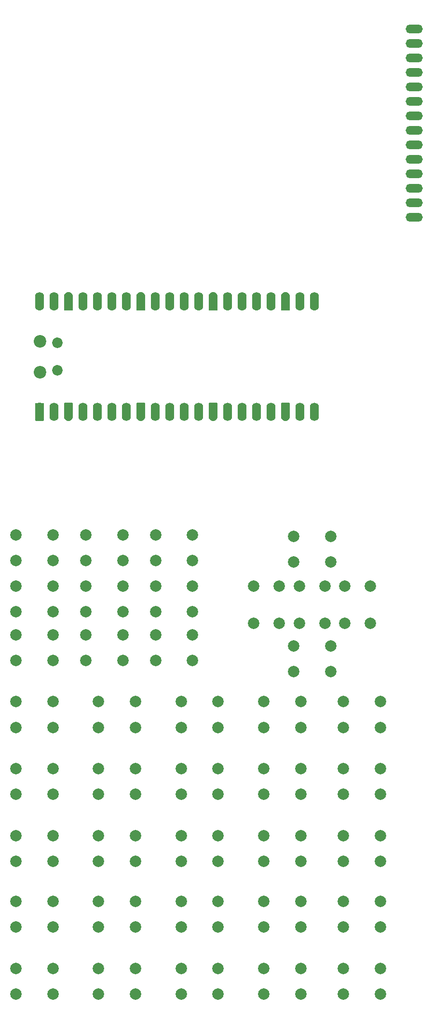
<source format=gts>
G04 #@! TF.GenerationSoftware,KiCad,Pcbnew,9.0.3-9.0.3-0~ubuntu24.04.1*
G04 #@! TF.CreationDate,2025-09-17T21:15:32+02:00*
G04 #@! TF.ProjectId,PCB_ SEPARATED,5043425f-2053-4455-9041-52415445442e,rev?*
G04 #@! TF.SameCoordinates,Original*
G04 #@! TF.FileFunction,Soldermask,Top*
G04 #@! TF.FilePolarity,Negative*
%FSLAX46Y46*%
G04 Gerber Fmt 4.6, Leading zero omitted, Abs format (unit mm)*
G04 Created by KiCad (PCBNEW 9.0.3-9.0.3-0~ubuntu24.04.1) date 2025-09-17 21:15:32*
%MOMM*%
%LPD*%
G01*
G04 APERTURE LIST*
G04 Aperture macros list*
%AMRoundRect*
0 Rectangle with rounded corners*
0 $1 Rounding radius*
0 $2 $3 $4 $5 $6 $7 $8 $9 X,Y pos of 4 corners*
0 Add a 4 corners polygon primitive as box body*
4,1,4,$2,$3,$4,$5,$6,$7,$8,$9,$2,$3,0*
0 Add four circle primitives for the rounded corners*
1,1,$1+$1,$2,$3*
1,1,$1+$1,$4,$5*
1,1,$1+$1,$6,$7*
1,1,$1+$1,$8,$9*
0 Add four rect primitives between the rounded corners*
20,1,$1+$1,$2,$3,$4,$5,0*
20,1,$1+$1,$4,$5,$6,$7,0*
20,1,$1+$1,$6,$7,$8,$9,0*
20,1,$1+$1,$8,$9,$2,$3,0*%
%AMFreePoly0*
4,1,37,0.800000,0.796148,0.878414,0.796148,1.032228,0.765552,1.177117,0.705537,1.307515,0.618408,1.418408,0.507515,1.505537,0.377117,1.565552,0.232228,1.596148,0.078414,1.596148,-0.078414,1.565552,-0.232228,1.505537,-0.377117,1.418408,-0.507515,1.307515,-0.618408,1.177117,-0.705537,1.032228,-0.765552,0.878414,-0.796148,0.800000,-0.796148,0.800000,-0.800000,-1.400000,-0.800000,
-1.403843,-0.796157,-1.439018,-0.796157,-1.511114,-0.766294,-1.566294,-0.711114,-1.596157,-0.639018,-1.596157,-0.603843,-1.600000,-0.600000,-1.600000,0.600000,-1.596157,0.603843,-1.596157,0.639018,-1.566294,0.711114,-1.511114,0.766294,-1.439018,0.796157,-1.403843,0.796157,-1.400000,0.800000,0.800000,0.800000,0.800000,0.796148,0.800000,0.796148,$1*%
%AMFreePoly1*
4,1,37,1.403843,0.796157,1.439018,0.796157,1.511114,0.766294,1.566294,0.711114,1.596157,0.639018,1.596157,0.603843,1.600000,0.600000,1.600000,-0.600000,1.596157,-0.603843,1.596157,-0.639018,1.566294,-0.711114,1.511114,-0.766294,1.439018,-0.796157,1.403843,-0.796157,1.400000,-0.800000,-0.800000,-0.800000,-0.800000,-0.796148,-0.878414,-0.796148,-1.032228,-0.765552,-1.177117,-0.705537,
-1.307515,-0.618408,-1.418408,-0.507515,-1.505537,-0.377117,-1.565552,-0.232228,-1.596148,-0.078414,-1.596148,0.078414,-1.565552,0.232228,-1.505537,0.377117,-1.418408,0.507515,-1.307515,0.618408,-1.177117,0.705537,-1.032228,0.765552,-0.878414,0.796148,-0.800000,0.796148,-0.800000,0.800000,1.400000,0.800000,1.403843,0.796157,1.403843,0.796157,$1*%
%AMFreePoly2*
4,1,37,0.603843,0.796157,0.639018,0.796157,0.711114,0.766294,0.766294,0.711114,0.796157,0.639018,0.796157,0.603843,0.800000,0.600000,0.800000,-0.600000,0.796157,-0.603843,0.796157,-0.639018,0.766294,-0.711114,0.711114,-0.766294,0.639018,-0.796157,0.603843,-0.796157,0.600000,-0.800000,0.000000,-0.800000,0.000000,-0.796148,-0.078414,-0.796148,-0.232228,-0.765552,-0.377117,-0.705537,
-0.507515,-0.618408,-0.618408,-0.507515,-0.705537,-0.377117,-0.765552,-0.232228,-0.796148,-0.078414,-0.796148,0.078414,-0.765552,0.232228,-0.705537,0.377117,-0.618408,0.507515,-0.507515,0.618408,-0.377117,0.705537,-0.232228,0.765552,-0.078414,0.796148,0.000000,0.796148,0.000000,0.800000,0.600000,0.800000,0.603843,0.796157,0.603843,0.796157,$1*%
%AMFreePoly3*
4,1,37,0.000000,0.796148,0.078414,0.796148,0.232228,0.765552,0.377117,0.705537,0.507515,0.618408,0.618408,0.507515,0.705537,0.377117,0.765552,0.232228,0.796148,0.078414,0.796148,-0.078414,0.765552,-0.232228,0.705537,-0.377117,0.618408,-0.507515,0.507515,-0.618408,0.377117,-0.705537,0.232228,-0.765552,0.078414,-0.796148,0.000000,-0.796148,0.000000,-0.800000,-0.600000,-0.800000,
-0.603843,-0.796157,-0.639018,-0.796157,-0.711114,-0.766294,-0.766294,-0.711114,-0.796157,-0.639018,-0.796157,-0.603843,-0.800000,-0.600000,-0.800000,0.600000,-0.796157,0.603843,-0.796157,0.639018,-0.766294,0.711114,-0.711114,0.766294,-0.639018,0.796157,-0.603843,0.796157,-0.600000,0.800000,0.000000,0.800000,0.000000,0.796148,0.000000,0.796148,$1*%
G04 Aperture macros list end*
%ADD10C,2.000000*%
%ADD11C,2.200000*%
%ADD12C,1.850000*%
%ADD13FreePoly0,90.000000*%
%ADD14RoundRect,0.200000X0.600000X-0.600000X0.600000X0.600000X-0.600000X0.600000X-0.600000X-0.600000X0*%
%ADD15RoundRect,0.800000X0.000010X-0.800000X0.000010X0.800000X-0.000010X0.800000X-0.000010X-0.800000X0*%
%ADD16C,1.600000*%
%ADD17FreePoly1,90.000000*%
%ADD18FreePoly2,90.000000*%
%ADD19FreePoly3,90.000000*%
%ADD20O,3.000000X1.500000*%
G04 APERTURE END LIST*
D10*
G04 #@! TO.C,SW39*
X114710000Y-180500000D03*
X121210000Y-180500000D03*
X114710000Y-185000000D03*
X121210000Y-185000000D03*
G04 #@! TD*
G04 #@! TO.C,SW30*
X100710000Y-169000000D03*
X107210000Y-169000000D03*
X100710000Y-173500000D03*
X107210000Y-173500000D03*
G04 #@! TD*
G04 #@! TO.C,SW4*
X57210000Y-145500000D03*
X63710000Y-145500000D03*
X57210000Y-150000000D03*
X63710000Y-150000000D03*
G04 #@! TD*
G04 #@! TO.C,SW26*
X98960000Y-131750000D03*
X98960000Y-125250000D03*
X103460000Y-131750000D03*
X103460000Y-125250000D03*
G04 #@! TD*
G04 #@! TO.C,SW25*
X105960000Y-116500000D03*
X112460000Y-116500000D03*
X105960000Y-121000000D03*
X112460000Y-121000000D03*
G04 #@! TD*
G04 #@! TO.C,SW28*
X100710000Y-145500000D03*
X107210000Y-145500000D03*
X100710000Y-150000000D03*
X107210000Y-150000000D03*
G04 #@! TD*
G04 #@! TO.C,SW11*
X69460000Y-133750000D03*
X75960000Y-133750000D03*
X69460000Y-138250000D03*
X75960000Y-138250000D03*
G04 #@! TD*
G04 #@! TO.C,SW5*
X57210000Y-157250000D03*
X63710000Y-157250000D03*
X57210000Y-161750000D03*
X63710000Y-161750000D03*
G04 #@! TD*
G04 #@! TO.C,SW15*
X71710000Y-180500000D03*
X78210000Y-180500000D03*
X71710000Y-185000000D03*
X78210000Y-185000000D03*
G04 #@! TD*
G04 #@! TO.C,SW23*
X86210000Y-180500000D03*
X92710000Y-180500000D03*
X86210000Y-185000000D03*
X92710000Y-185000000D03*
G04 #@! TD*
G04 #@! TO.C,SW8*
X57210000Y-192250000D03*
X63710000Y-192250000D03*
X57210000Y-196750000D03*
X63710000Y-196750000D03*
G04 #@! TD*
G04 #@! TO.C,SW20*
X86210000Y-145500000D03*
X92710000Y-145500000D03*
X86210000Y-150000000D03*
X92710000Y-150000000D03*
G04 #@! TD*
G04 #@! TO.C,SW18*
X81710000Y-125250000D03*
X88210000Y-125250000D03*
X81710000Y-129750000D03*
X88210000Y-129750000D03*
G04 #@! TD*
G04 #@! TO.C,SW13*
X71710000Y-157250000D03*
X78210000Y-157250000D03*
X71710000Y-161750000D03*
X78210000Y-161750000D03*
G04 #@! TD*
G04 #@! TO.C,SW21*
X86210000Y-157250000D03*
X92710000Y-157250000D03*
X86210000Y-161750000D03*
X92710000Y-161750000D03*
G04 #@! TD*
G04 #@! TO.C,SW24*
X86210000Y-192250000D03*
X92710000Y-192250000D03*
X86210000Y-196750000D03*
X92710000Y-196750000D03*
G04 #@! TD*
G04 #@! TO.C,SW32*
X100710000Y-192250000D03*
X107210000Y-192250000D03*
X100710000Y-196750000D03*
X107210000Y-196750000D03*
G04 #@! TD*
G04 #@! TO.C,SW1*
X57210000Y-116250000D03*
X63710000Y-116250000D03*
X57210000Y-120750000D03*
X63710000Y-120750000D03*
G04 #@! TD*
G04 #@! TO.C,SW31*
X100710000Y-180500000D03*
X107210000Y-180500000D03*
X100710000Y-185000000D03*
X107210000Y-185000000D03*
G04 #@! TD*
G04 #@! TO.C,SW40*
X114710000Y-192250000D03*
X121210000Y-192250000D03*
X114710000Y-196750000D03*
X121210000Y-196750000D03*
G04 #@! TD*
G04 #@! TO.C,SW9*
X69460000Y-116250000D03*
X75960000Y-116250000D03*
X69460000Y-120750000D03*
X75960000Y-120750000D03*
G04 #@! TD*
G04 #@! TO.C,SW34*
X111460000Y-125250000D03*
X111460000Y-131750000D03*
X106960000Y-125250000D03*
X106960000Y-131750000D03*
G04 #@! TD*
D11*
G04 #@! TO.C,A1*
X61460000Y-87725000D03*
D12*
X64490000Y-87425000D03*
X64490000Y-82575000D03*
D11*
X61460000Y-82275000D03*
D13*
X61330000Y-94690000D03*
D14*
X61330000Y-93890000D03*
D15*
X63870000Y-94690000D03*
D16*
X63870000Y-93890000D03*
D17*
X66410000Y-94690000D03*
D18*
X66410000Y-93890000D03*
D15*
X68950000Y-94690000D03*
D16*
X68950000Y-93890000D03*
D15*
X71490000Y-94690000D03*
D16*
X71490000Y-93890000D03*
D15*
X74030000Y-94690000D03*
D16*
X74030000Y-93890000D03*
D15*
X76570000Y-94690000D03*
D16*
X76570000Y-93890000D03*
D17*
X79110000Y-94690000D03*
D18*
X79110000Y-93890000D03*
D15*
X81650000Y-94690000D03*
D16*
X81650000Y-93890000D03*
D15*
X84190000Y-94690000D03*
D16*
X84190000Y-93890000D03*
D15*
X86730000Y-94690000D03*
D16*
X86730000Y-93890000D03*
D15*
X89270000Y-94690000D03*
D16*
X89270000Y-93890000D03*
D17*
X91810000Y-94690000D03*
D18*
X91810000Y-93890000D03*
D15*
X94350000Y-94690000D03*
D16*
X94350000Y-93890000D03*
D15*
X96890000Y-94690000D03*
D16*
X96890000Y-93890000D03*
D15*
X99430000Y-94690000D03*
D16*
X99430000Y-93890000D03*
D15*
X101970000Y-94690000D03*
D16*
X101970000Y-93890000D03*
D17*
X104510000Y-94690000D03*
D18*
X104510000Y-93890000D03*
D15*
X107050000Y-94690000D03*
D16*
X107050000Y-93890000D03*
D15*
X109590000Y-94690000D03*
D16*
X109590000Y-93890000D03*
X109590000Y-76110000D03*
D15*
X109590000Y-75310000D03*
D16*
X107050000Y-76110000D03*
D15*
X107050000Y-75310000D03*
D19*
X104510000Y-76110000D03*
D13*
X104510000Y-75310000D03*
D16*
X101970000Y-76110000D03*
D15*
X101970000Y-75310000D03*
D16*
X99430000Y-76110000D03*
D15*
X99430000Y-75310000D03*
D16*
X96890000Y-76110000D03*
D15*
X96890000Y-75310000D03*
D16*
X94350000Y-76110000D03*
D15*
X94350000Y-75310000D03*
D19*
X91810000Y-76110000D03*
D13*
X91810000Y-75310000D03*
D16*
X89270000Y-76110000D03*
D15*
X89270000Y-75310000D03*
D16*
X86730000Y-76110000D03*
D15*
X86730000Y-75310000D03*
D16*
X84190000Y-76110000D03*
D15*
X84190000Y-75310000D03*
D16*
X81650000Y-76110000D03*
D15*
X81650000Y-75310000D03*
D19*
X79110000Y-76110000D03*
D13*
X79110000Y-75310000D03*
D16*
X76570000Y-76110000D03*
D15*
X76570000Y-75310000D03*
D16*
X74030000Y-76110000D03*
D15*
X74030000Y-75310000D03*
D16*
X71490000Y-76110000D03*
D15*
X71490000Y-75310000D03*
D16*
X68950000Y-76110000D03*
D15*
X68950000Y-75310000D03*
D19*
X66410000Y-76110000D03*
D13*
X66410000Y-75310000D03*
D16*
X63870000Y-76110000D03*
D15*
X63870000Y-75310000D03*
D16*
X61330000Y-76110000D03*
D15*
X61330000Y-75310000D03*
G04 #@! TD*
D10*
G04 #@! TO.C,SW27*
X105960000Y-135750000D03*
X112460000Y-135750000D03*
X105960000Y-140250000D03*
X112460000Y-140250000D03*
G04 #@! TD*
D20*
G04 #@! TO.C,U5*
X127100000Y-60510000D03*
X127100000Y-57970000D03*
X127100000Y-55430000D03*
X127100000Y-52890000D03*
X127100000Y-50350000D03*
X127100000Y-47810000D03*
X127100000Y-45270000D03*
X127100000Y-42730000D03*
X127100000Y-40190000D03*
X127100000Y-37650000D03*
X127100000Y-35110000D03*
X127100000Y-32570000D03*
X127100000Y-30030000D03*
X127100000Y-27490000D03*
G04 #@! TD*
D10*
G04 #@! TO.C,SW16*
X71710000Y-192250000D03*
X78210000Y-192250000D03*
X71710000Y-196750000D03*
X78210000Y-196750000D03*
G04 #@! TD*
G04 #@! TO.C,SW17*
X81710000Y-116250000D03*
X88210000Y-116250000D03*
X81710000Y-120750000D03*
X88210000Y-120750000D03*
G04 #@! TD*
G04 #@! TO.C,SW38*
X114710000Y-169000000D03*
X121210000Y-169000000D03*
X114710000Y-173500000D03*
X121210000Y-173500000D03*
G04 #@! TD*
G04 #@! TO.C,SW19*
X81710000Y-133750000D03*
X88210000Y-133750000D03*
X81710000Y-138250000D03*
X88210000Y-138250000D03*
G04 #@! TD*
G04 #@! TO.C,SW36*
X114710000Y-145500000D03*
X121210000Y-145500000D03*
X114710000Y-150000000D03*
X121210000Y-150000000D03*
G04 #@! TD*
G04 #@! TO.C,SW14*
X71710000Y-169000000D03*
X78210000Y-169000000D03*
X71710000Y-173500000D03*
X78210000Y-173500000D03*
G04 #@! TD*
G04 #@! TO.C,SW2*
X57210000Y-125250000D03*
X63710000Y-125250000D03*
X57210000Y-129750000D03*
X63710000Y-129750000D03*
G04 #@! TD*
G04 #@! TO.C,SW22*
X86210000Y-169000000D03*
X92710000Y-169000000D03*
X86210000Y-173500000D03*
X92710000Y-173500000D03*
G04 #@! TD*
G04 #@! TO.C,SW12*
X71710000Y-145500000D03*
X78210000Y-145500000D03*
X71710000Y-150000000D03*
X78210000Y-150000000D03*
G04 #@! TD*
G04 #@! TO.C,SW3*
X57210000Y-133750000D03*
X63710000Y-133750000D03*
X57210000Y-138250000D03*
X63710000Y-138250000D03*
G04 #@! TD*
G04 #@! TO.C,SW7*
X57210000Y-180500000D03*
X63710000Y-180500000D03*
X57210000Y-185000000D03*
X63710000Y-185000000D03*
G04 #@! TD*
G04 #@! TO.C,SW29*
X100710000Y-157250000D03*
X107210000Y-157250000D03*
X100710000Y-161750000D03*
X107210000Y-161750000D03*
G04 #@! TD*
G04 #@! TO.C,SW6*
X57210000Y-169000000D03*
X63710000Y-169000000D03*
X57210000Y-173500000D03*
X63710000Y-173500000D03*
G04 #@! TD*
G04 #@! TO.C,SW35*
X114960000Y-131750000D03*
X114960000Y-125250000D03*
X119460000Y-131750000D03*
X119460000Y-125250000D03*
G04 #@! TD*
G04 #@! TO.C,SW10*
X69460000Y-125250000D03*
X75960000Y-125250000D03*
X69460000Y-129750000D03*
X75960000Y-129750000D03*
G04 #@! TD*
G04 #@! TO.C,SW37*
X114710000Y-157250000D03*
X121210000Y-157250000D03*
X114710000Y-161750000D03*
X121210000Y-161750000D03*
G04 #@! TD*
M02*

</source>
